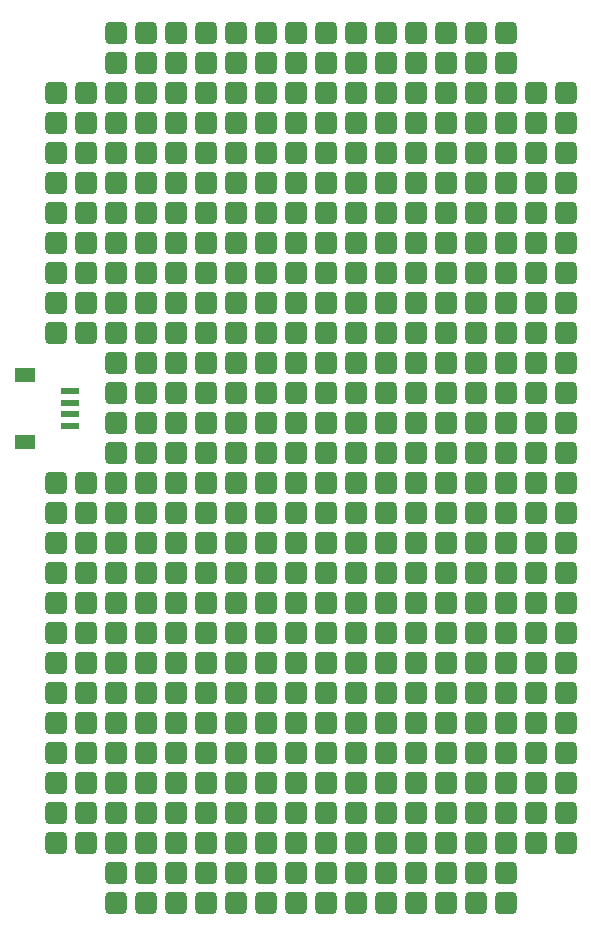
<source format=gbr>
%TF.GenerationSoftware,KiCad,Pcbnew,8.0.8*%
%TF.CreationDate,2025-08-24T09:26:36-04:00*%
%TF.ProjectId,project-protoboard,70726f6a-6563-4742-9d70-726f746f626f,rev?*%
%TF.SameCoordinates,Original*%
%TF.FileFunction,Paste,Top*%
%TF.FilePolarity,Positive*%
%FSLAX46Y46*%
G04 Gerber Fmt 4.6, Leading zero omitted, Abs format (unit mm)*
G04 Created by KiCad (PCBNEW 8.0.8) date 2025-08-24 09:26:36*
%MOMM*%
%LPD*%
G01*
G04 APERTURE LIST*
G04 Aperture macros list*
%AMRoundRect*
0 Rectangle with rounded corners*
0 $1 Rounding radius*
0 $2 $3 $4 $5 $6 $7 $8 $9 X,Y pos of 4 corners*
0 Add a 4 corners polygon primitive as box body*
4,1,4,$2,$3,$4,$5,$6,$7,$8,$9,$2,$3,0*
0 Add four circle primitives for the rounded corners*
1,1,$1+$1,$2,$3*
1,1,$1+$1,$4,$5*
1,1,$1+$1,$6,$7*
1,1,$1+$1,$8,$9*
0 Add four rect primitives between the rounded corners*
20,1,$1+$1,$2,$3,$4,$5,0*
20,1,$1+$1,$4,$5,$6,$7,0*
20,1,$1+$1,$6,$7,$8,$9,0*
20,1,$1+$1,$8,$9,$2,$3,0*%
G04 Aperture macros list end*
%ADD10RoundRect,0.475000X-0.475000X0.475000X-0.475000X-0.475000X0.475000X-0.475000X0.475000X0.475000X0*%
%ADD11RoundRect,0.475000X-0.475000X-0.475000X0.475000X-0.475000X0.475000X0.475000X-0.475000X0.475000X0*%
%ADD12RoundRect,0.475000X0.475000X0.475000X-0.475000X0.475000X-0.475000X-0.475000X0.475000X-0.475000X0*%
%ADD13R,1.550000X0.600000*%
%ADD14R,1.800000X1.200000*%
G04 APERTURE END LIST*
D10*
%TO.C,J9*%
X81280000Y-27940000D03*
X83820000Y-27940000D03*
X86360000Y-27940000D03*
X88900000Y-27940000D03*
X91440000Y-27940000D03*
X93980000Y-27940000D03*
%TD*%
D11*
%TO.C,J37*%
X96520000Y-96520000D03*
X96520000Y-93980000D03*
X96520000Y-91440000D03*
X96520000Y-88900000D03*
X96520000Y-86360000D03*
X96520000Y-83820000D03*
X96520000Y-81280000D03*
X96520000Y-78740000D03*
X96520000Y-76200000D03*
X96520000Y-73660000D03*
X96520000Y-71120000D03*
X96520000Y-68580000D03*
X96520000Y-66040000D03*
X96520000Y-63500000D03*
X96520000Y-60960000D03*
X96520000Y-58420000D03*
X96520000Y-55880000D03*
X96520000Y-53340000D03*
X96520000Y-50800000D03*
X96520000Y-48260000D03*
X96520000Y-45720000D03*
X96520000Y-43180000D03*
X96520000Y-40640000D03*
X96520000Y-38100000D03*
X96520000Y-35560000D03*
X96520000Y-33020000D03*
X96520000Y-30480000D03*
X96520000Y-27940000D03*
X96520000Y-25400000D03*
X96520000Y-22860000D03*
%TD*%
D12*
%TO.C,J70*%
X116840000Y-27940000D03*
X116840000Y-30480000D03*
X116840000Y-33020000D03*
X116840000Y-35560000D03*
X116840000Y-38100000D03*
X116840000Y-40640000D03*
X116840000Y-43180000D03*
X116840000Y-45720000D03*
X116840000Y-48260000D03*
X116840000Y-50800000D03*
X116840000Y-53340000D03*
X116840000Y-55880000D03*
X116840000Y-58420000D03*
X116840000Y-60960000D03*
X116840000Y-63500000D03*
X116840000Y-66040000D03*
X116840000Y-68580000D03*
X116840000Y-71120000D03*
X116840000Y-73660000D03*
X116840000Y-76200000D03*
X116840000Y-78740000D03*
X116840000Y-81280000D03*
X116840000Y-83820000D03*
X116840000Y-86360000D03*
X116840000Y-88900000D03*
X116840000Y-91440000D03*
%TD*%
D10*
%TO.C,J59*%
X101600000Y-73660000D03*
X104140000Y-73660000D03*
X106680000Y-73660000D03*
X109220000Y-73660000D03*
X111760000Y-73660000D03*
X114300000Y-73660000D03*
%TD*%
%TO.C,J24*%
X81280000Y-66040000D03*
X83820000Y-66040000D03*
X86360000Y-66040000D03*
X88900000Y-66040000D03*
X91440000Y-66040000D03*
X93980000Y-66040000D03*
%TD*%
D12*
%TO.C,J69*%
X119380000Y-27940000D03*
X119380000Y-30480000D03*
X119380000Y-33020000D03*
X119380000Y-35560000D03*
X119380000Y-38100000D03*
X119380000Y-40640000D03*
X119380000Y-43180000D03*
X119380000Y-45720000D03*
X119380000Y-48260000D03*
X119380000Y-50800000D03*
X119380000Y-53340000D03*
X119380000Y-55880000D03*
X119380000Y-58420000D03*
X119380000Y-60960000D03*
X119380000Y-63500000D03*
X119380000Y-66040000D03*
X119380000Y-68580000D03*
X119380000Y-71120000D03*
X119380000Y-73660000D03*
X119380000Y-76200000D03*
X119380000Y-78740000D03*
X119380000Y-81280000D03*
X119380000Y-83820000D03*
X119380000Y-86360000D03*
X119380000Y-88900000D03*
X119380000Y-91440000D03*
%TD*%
D10*
%TO.C,J44*%
X101600000Y-35560000D03*
X104140000Y-35560000D03*
X106680000Y-35560000D03*
X109220000Y-35560000D03*
X111760000Y-35560000D03*
X114300000Y-35560000D03*
%TD*%
%TO.C,J35*%
X81280000Y-93980000D03*
X83820000Y-93980000D03*
X86360000Y-93980000D03*
X88900000Y-93980000D03*
X91440000Y-93980000D03*
X93980000Y-93980000D03*
%TD*%
%TO.C,J17*%
X81280000Y-48260000D03*
X83820000Y-48260000D03*
X86360000Y-48260000D03*
X88900000Y-48260000D03*
X91440000Y-48260000D03*
X93980000Y-48260000D03*
%TD*%
D12*
%TO.C,J5*%
X76200000Y-27940000D03*
X76200000Y-30480000D03*
X76200000Y-33020000D03*
X76200000Y-35560000D03*
X76200000Y-38100000D03*
X76200000Y-40640000D03*
X76200000Y-43180000D03*
X76200000Y-45720000D03*
X76200000Y-48260000D03*
%TD*%
D10*
%TO.C,J30*%
X81280000Y-81280000D03*
X83820000Y-81280000D03*
X86360000Y-81280000D03*
X88900000Y-81280000D03*
X91440000Y-81280000D03*
X93980000Y-81280000D03*
%TD*%
%TO.C,J66*%
X101600000Y-91440000D03*
X104140000Y-91440000D03*
X106680000Y-91440000D03*
X109220000Y-91440000D03*
X111760000Y-91440000D03*
X114300000Y-91440000D03*
%TD*%
%TO.C,J42*%
X101600000Y-30480000D03*
X104140000Y-30480000D03*
X106680000Y-30480000D03*
X109220000Y-30480000D03*
X111760000Y-30480000D03*
X114300000Y-30480000D03*
%TD*%
%TO.C,J55*%
X101600000Y-63500000D03*
X104140000Y-63500000D03*
X106680000Y-63500000D03*
X109220000Y-63500000D03*
X111760000Y-63500000D03*
X114300000Y-63500000D03*
%TD*%
%TO.C,J13*%
X81280000Y-38100000D03*
X83820000Y-38100000D03*
X86360000Y-38100000D03*
X88900000Y-38100000D03*
X91440000Y-38100000D03*
X93980000Y-38100000D03*
%TD*%
%TO.C,J36*%
X81280000Y-96520000D03*
X83820000Y-96520000D03*
X86360000Y-96520000D03*
X88900000Y-96520000D03*
X91440000Y-96520000D03*
X93980000Y-96520000D03*
%TD*%
%TO.C,J39*%
X101600000Y-22860000D03*
X104140000Y-22860000D03*
X106680000Y-22860000D03*
X109220000Y-22860000D03*
X111760000Y-22860000D03*
X114300000Y-22860000D03*
%TD*%
D13*
%TO.C,J1*%
X77438000Y-53110000D03*
X77438000Y-54110000D03*
X77438000Y-55110000D03*
X77438000Y-56110000D03*
D14*
X73563000Y-51810000D03*
X73563000Y-57410000D03*
%TD*%
D10*
%TO.C,J45*%
X101600000Y-38100000D03*
X104140000Y-38100000D03*
X106680000Y-38100000D03*
X109220000Y-38100000D03*
X111760000Y-38100000D03*
X114300000Y-38100000D03*
%TD*%
D12*
%TO.C,J3*%
X78740000Y-27940000D03*
X78740000Y-30480000D03*
X78740000Y-33020000D03*
X78740000Y-35560000D03*
X78740000Y-38100000D03*
X78740000Y-40640000D03*
X78740000Y-43180000D03*
X78740000Y-45720000D03*
X78740000Y-48260000D03*
%TD*%
D10*
%TO.C,J61*%
X101600000Y-78740000D03*
X104140000Y-78740000D03*
X106680000Y-78740000D03*
X109220000Y-78740000D03*
X111760000Y-78740000D03*
X114300000Y-78740000D03*
%TD*%
%TO.C,J53*%
X101600000Y-58420000D03*
X104140000Y-58420000D03*
X106680000Y-58420000D03*
X109220000Y-58420000D03*
X111760000Y-58420000D03*
X114300000Y-58420000D03*
%TD*%
%TO.C,J8*%
X81280000Y-25400000D03*
X83820000Y-25400000D03*
X86360000Y-25400000D03*
X88900000Y-25400000D03*
X91440000Y-25400000D03*
X93980000Y-25400000D03*
%TD*%
%TO.C,J56*%
X101600000Y-66040000D03*
X104140000Y-66040000D03*
X106680000Y-66040000D03*
X109220000Y-66040000D03*
X111760000Y-66040000D03*
X114300000Y-66040000D03*
%TD*%
D11*
%TO.C,J38*%
X99060000Y-96520000D03*
X99060000Y-93980000D03*
X99060000Y-91440000D03*
X99060000Y-88900000D03*
X99060000Y-86360000D03*
X99060000Y-83820000D03*
X99060000Y-81280000D03*
X99060000Y-78740000D03*
X99060000Y-76200000D03*
X99060000Y-73660000D03*
X99060000Y-71120000D03*
X99060000Y-68580000D03*
X99060000Y-66040000D03*
X99060000Y-63500000D03*
X99060000Y-60960000D03*
X99060000Y-58420000D03*
X99060000Y-55880000D03*
X99060000Y-53340000D03*
X99060000Y-50800000D03*
X99060000Y-48260000D03*
X99060000Y-45720000D03*
X99060000Y-43180000D03*
X99060000Y-40640000D03*
X99060000Y-38100000D03*
X99060000Y-35560000D03*
X99060000Y-33020000D03*
X99060000Y-30480000D03*
X99060000Y-27940000D03*
X99060000Y-25400000D03*
X99060000Y-22860000D03*
%TD*%
D10*
%TO.C,J12*%
X81280000Y-35560000D03*
X83820000Y-35560000D03*
X86360000Y-35560000D03*
X88900000Y-35560000D03*
X91440000Y-35560000D03*
X93980000Y-35560000D03*
%TD*%
%TO.C,J15*%
X81280000Y-43180000D03*
X83820000Y-43180000D03*
X86360000Y-43180000D03*
X88900000Y-43180000D03*
X91440000Y-43180000D03*
X93980000Y-43180000D03*
%TD*%
%TO.C,J67*%
X101600000Y-93980000D03*
X104140000Y-93980000D03*
X106680000Y-93980000D03*
X109220000Y-93980000D03*
X111760000Y-93980000D03*
X114300000Y-93980000D03*
%TD*%
%TO.C,J28*%
X81280000Y-76200000D03*
X83820000Y-76200000D03*
X86360000Y-76200000D03*
X88900000Y-76200000D03*
X91440000Y-76200000D03*
X93980000Y-76200000D03*
%TD*%
%TO.C,J25*%
X81280000Y-68580000D03*
X83820000Y-68580000D03*
X86360000Y-68580000D03*
X88900000Y-68580000D03*
X91440000Y-68580000D03*
X93980000Y-68580000D03*
%TD*%
%TO.C,J41*%
X101600000Y-27940000D03*
X104140000Y-27940000D03*
X106680000Y-27940000D03*
X109220000Y-27940000D03*
X111760000Y-27940000D03*
X114300000Y-27940000D03*
%TD*%
%TO.C,J43*%
X101600000Y-33020000D03*
X104140000Y-33020000D03*
X106680000Y-33020000D03*
X109220000Y-33020000D03*
X111760000Y-33020000D03*
X114300000Y-33020000D03*
%TD*%
%TO.C,J47*%
X101600000Y-43180000D03*
X104140000Y-43180000D03*
X106680000Y-43180000D03*
X109220000Y-43180000D03*
X111760000Y-43180000D03*
X114300000Y-43180000D03*
%TD*%
%TO.C,J46*%
X101600000Y-40640000D03*
X104140000Y-40640000D03*
X106680000Y-40640000D03*
X109220000Y-40640000D03*
X111760000Y-40640000D03*
X114300000Y-40640000D03*
%TD*%
%TO.C,J11*%
X81280000Y-33020000D03*
X83820000Y-33020000D03*
X86360000Y-33020000D03*
X88900000Y-33020000D03*
X91440000Y-33020000D03*
X93980000Y-33020000D03*
%TD*%
%TO.C,J49*%
X101600000Y-48260000D03*
X104140000Y-48260000D03*
X106680000Y-48260000D03*
X109220000Y-48260000D03*
X111760000Y-48260000D03*
X114300000Y-48260000D03*
%TD*%
%TO.C,J57*%
X101600000Y-68580000D03*
X104140000Y-68580000D03*
X106680000Y-68580000D03*
X109220000Y-68580000D03*
X111760000Y-68580000D03*
X114300000Y-68580000D03*
%TD*%
%TO.C,J22*%
X81280000Y-60960000D03*
X83820000Y-60960000D03*
X86360000Y-60960000D03*
X88900000Y-60960000D03*
X91440000Y-60960000D03*
X93980000Y-60960000D03*
%TD*%
%TO.C,J31*%
X81280000Y-83820000D03*
X83820000Y-83820000D03*
X86360000Y-83820000D03*
X88900000Y-83820000D03*
X91440000Y-83820000D03*
X93980000Y-83820000D03*
%TD*%
%TO.C,J54*%
X101600000Y-60960000D03*
X104140000Y-60960000D03*
X106680000Y-60960000D03*
X109220000Y-60960000D03*
X111760000Y-60960000D03*
X114300000Y-60960000D03*
%TD*%
D12*
%TO.C,J2*%
X81280000Y-50800000D03*
X81280000Y-53340000D03*
X81280000Y-55880000D03*
X81280000Y-58420000D03*
%TD*%
D10*
%TO.C,J64*%
X101600000Y-86360000D03*
X104140000Y-86360000D03*
X106680000Y-86360000D03*
X109220000Y-86360000D03*
X111760000Y-86360000D03*
X114300000Y-86360000D03*
%TD*%
%TO.C,J29*%
X81280000Y-78740000D03*
X83820000Y-78740000D03*
X86360000Y-78740000D03*
X88900000Y-78740000D03*
X91440000Y-78740000D03*
X93980000Y-78740000D03*
%TD*%
%TO.C,J14*%
X81280000Y-40640000D03*
X83820000Y-40640000D03*
X86360000Y-40640000D03*
X88900000Y-40640000D03*
X91440000Y-40640000D03*
X93980000Y-40640000D03*
%TD*%
%TO.C,J68*%
X101600000Y-96520000D03*
X104140000Y-96520000D03*
X106680000Y-96520000D03*
X109220000Y-96520000D03*
X111760000Y-96520000D03*
X114300000Y-96520000D03*
%TD*%
%TO.C,J18*%
X83820000Y-50800000D03*
X86360000Y-50800000D03*
X88900000Y-50800000D03*
X91440000Y-50800000D03*
X93980000Y-50800000D03*
%TD*%
%TO.C,J34*%
X81280000Y-91440000D03*
X83820000Y-91440000D03*
X86360000Y-91440000D03*
X88900000Y-91440000D03*
X91440000Y-91440000D03*
X93980000Y-91440000D03*
%TD*%
%TO.C,J26*%
X81280000Y-71120000D03*
X83820000Y-71120000D03*
X86360000Y-71120000D03*
X88900000Y-71120000D03*
X91440000Y-71120000D03*
X93980000Y-71120000D03*
%TD*%
%TO.C,J33*%
X81280000Y-88900000D03*
X83820000Y-88900000D03*
X86360000Y-88900000D03*
X88900000Y-88900000D03*
X91440000Y-88900000D03*
X93980000Y-88900000D03*
%TD*%
%TO.C,J27*%
X81280000Y-73660000D03*
X83820000Y-73660000D03*
X86360000Y-73660000D03*
X88900000Y-73660000D03*
X91440000Y-73660000D03*
X93980000Y-73660000D03*
%TD*%
%TO.C,J16*%
X81280000Y-45720000D03*
X83820000Y-45720000D03*
X86360000Y-45720000D03*
X88900000Y-45720000D03*
X91440000Y-45720000D03*
X93980000Y-45720000D03*
%TD*%
%TO.C,J20*%
X83820000Y-55880000D03*
X86360000Y-55880000D03*
X88900000Y-55880000D03*
X91440000Y-55880000D03*
X93980000Y-55880000D03*
%TD*%
%TO.C,J48*%
X101600000Y-45720000D03*
X104140000Y-45720000D03*
X106680000Y-45720000D03*
X109220000Y-45720000D03*
X111760000Y-45720000D03*
X114300000Y-45720000D03*
%TD*%
%TO.C,J63*%
X101600000Y-83820000D03*
X104140000Y-83820000D03*
X106680000Y-83820000D03*
X109220000Y-83820000D03*
X111760000Y-83820000D03*
X114300000Y-83820000D03*
%TD*%
%TO.C,J62*%
X101600000Y-81280000D03*
X104140000Y-81280000D03*
X106680000Y-81280000D03*
X109220000Y-81280000D03*
X111760000Y-81280000D03*
X114300000Y-81280000D03*
%TD*%
%TO.C,J58*%
X101600000Y-71120000D03*
X104140000Y-71120000D03*
X106680000Y-71120000D03*
X109220000Y-71120000D03*
X111760000Y-71120000D03*
X114300000Y-71120000D03*
%TD*%
%TO.C,J32*%
X81280000Y-86360000D03*
X83820000Y-86360000D03*
X86360000Y-86360000D03*
X88900000Y-86360000D03*
X91440000Y-86360000D03*
X93980000Y-86360000D03*
%TD*%
%TO.C,J10*%
X81280000Y-30480000D03*
X83820000Y-30480000D03*
X86360000Y-30480000D03*
X88900000Y-30480000D03*
X91440000Y-30480000D03*
X93980000Y-30480000D03*
%TD*%
D12*
%TO.C,J4*%
X78740000Y-60960000D03*
X78740000Y-63500000D03*
X78740000Y-66040000D03*
X78740000Y-68580000D03*
X78740000Y-71120000D03*
X78740000Y-73660000D03*
X78740000Y-76200000D03*
X78740000Y-78740000D03*
X78740000Y-81280000D03*
X78740000Y-83820000D03*
X78740000Y-86360000D03*
X78740000Y-88900000D03*
X78740000Y-91440000D03*
%TD*%
D10*
%TO.C,J51*%
X101600000Y-53340000D03*
X104140000Y-53340000D03*
X106680000Y-53340000D03*
X109220000Y-53340000D03*
X111760000Y-53340000D03*
X114300000Y-53340000D03*
%TD*%
%TO.C,J7*%
X81280000Y-22860000D03*
X83820000Y-22860000D03*
X86360000Y-22860000D03*
X88900000Y-22860000D03*
X91440000Y-22860000D03*
X93980000Y-22860000D03*
%TD*%
%TO.C,J40*%
X101600000Y-25400000D03*
X104140000Y-25400000D03*
X106680000Y-25400000D03*
X109220000Y-25400000D03*
X111760000Y-25400000D03*
X114300000Y-25400000D03*
%TD*%
%TO.C,J21*%
X83820000Y-58420000D03*
X86360000Y-58420000D03*
X88900000Y-58420000D03*
X91440000Y-58420000D03*
X93980000Y-58420000D03*
%TD*%
%TO.C,J23*%
X81280000Y-63500000D03*
X83820000Y-63500000D03*
X86360000Y-63500000D03*
X88900000Y-63500000D03*
X91440000Y-63500000D03*
X93980000Y-63500000D03*
%TD*%
%TO.C,J52*%
X101600000Y-55880000D03*
X104140000Y-55880000D03*
X106680000Y-55880000D03*
X109220000Y-55880000D03*
X111760000Y-55880000D03*
X114300000Y-55880000D03*
%TD*%
%TO.C,J50*%
X101600000Y-50800000D03*
X104140000Y-50800000D03*
X106680000Y-50800000D03*
X109220000Y-50800000D03*
X111760000Y-50800000D03*
X114300000Y-50800000D03*
%TD*%
%TO.C,J65*%
X101600000Y-88900000D03*
X104140000Y-88900000D03*
X106680000Y-88900000D03*
X109220000Y-88900000D03*
X111760000Y-88900000D03*
X114300000Y-88900000D03*
%TD*%
D12*
%TO.C,J6*%
X76200000Y-60960000D03*
X76200000Y-63500000D03*
X76200000Y-66040000D03*
X76200000Y-68580000D03*
X76200000Y-71120000D03*
X76200000Y-73660000D03*
X76200000Y-76200000D03*
X76200000Y-78740000D03*
X76200000Y-81280000D03*
X76200000Y-83820000D03*
X76200000Y-86360000D03*
X76200000Y-88900000D03*
X76200000Y-91440000D03*
%TD*%
D10*
%TO.C,J19*%
X83820000Y-53340000D03*
X86360000Y-53340000D03*
X88900000Y-53340000D03*
X91440000Y-53340000D03*
X93980000Y-53340000D03*
%TD*%
%TO.C,J60*%
X101600000Y-76200000D03*
X104140000Y-76200000D03*
X106680000Y-76200000D03*
X109220000Y-76200000D03*
X111760000Y-76200000D03*
X114300000Y-76200000D03*
%TD*%
M02*

</source>
